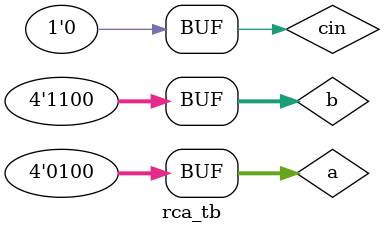
<source format=v>
module rca_tb;
  reg [3:0] a,b;
  reg cin;
  wire [3:0] sum,carry;
  ripple_carry r1(a,b,cin,sum,carry);
  initial
    begin
      $monitor("time=%0t,a=%b,b=%b,cin=%b,sum=%d,cary=%d",$time,a,b,cin,sum,carry);
      a = 2;b= 4;cin=0;#3
      a = 3;b= 4;cin=15;#3
      a = 4;b= 12;cin=2;
    end
endmodule

</source>
